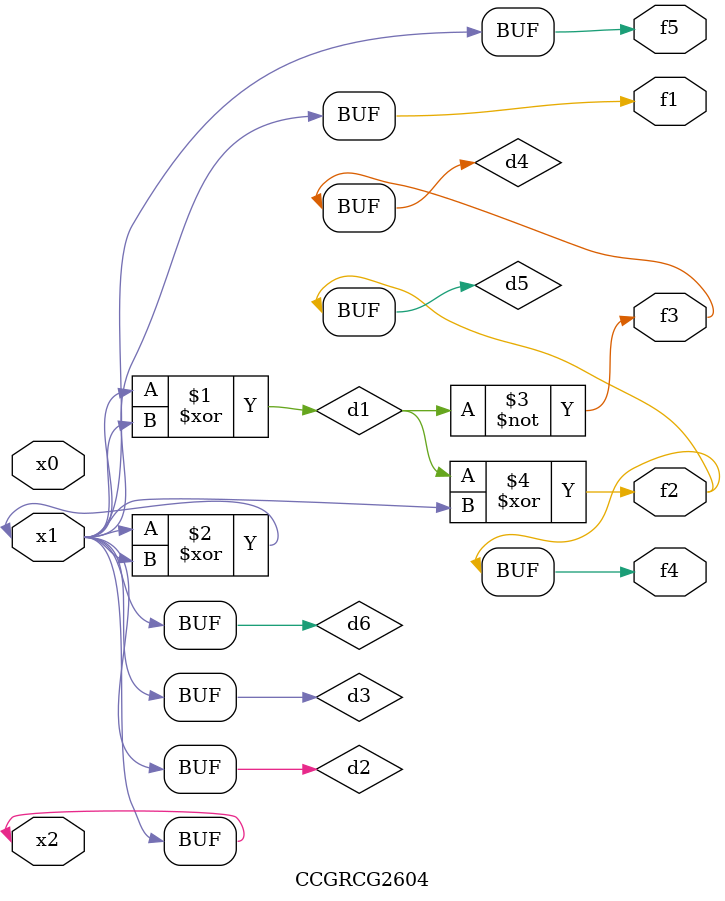
<source format=v>
module CCGRCG2604(
	input x0, x1, x2,
	output f1, f2, f3, f4, f5
);

	wire d1, d2, d3, d4, d5, d6;

	xor (d1, x1, x2);
	buf (d2, x1, x2);
	xor (d3, x1, x2);
	nor (d4, d1);
	xor (d5, d1, d2);
	buf (d6, d2, d3);
	assign f1 = d6;
	assign f2 = d5;
	assign f3 = d4;
	assign f4 = d5;
	assign f5 = d6;
endmodule

</source>
